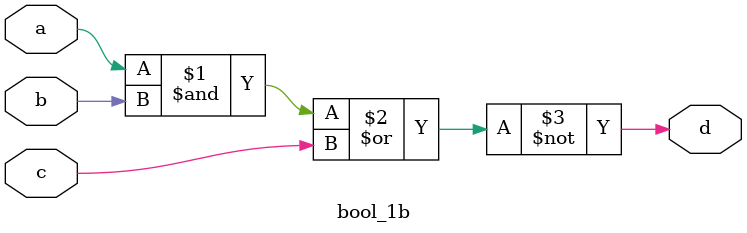
<source format=v>
`timescale 1ns / 1ps

module bool_1b(
    input a, b, c,
    output d
);

assign d = ~((a&b)|c);

endmodule

</source>
